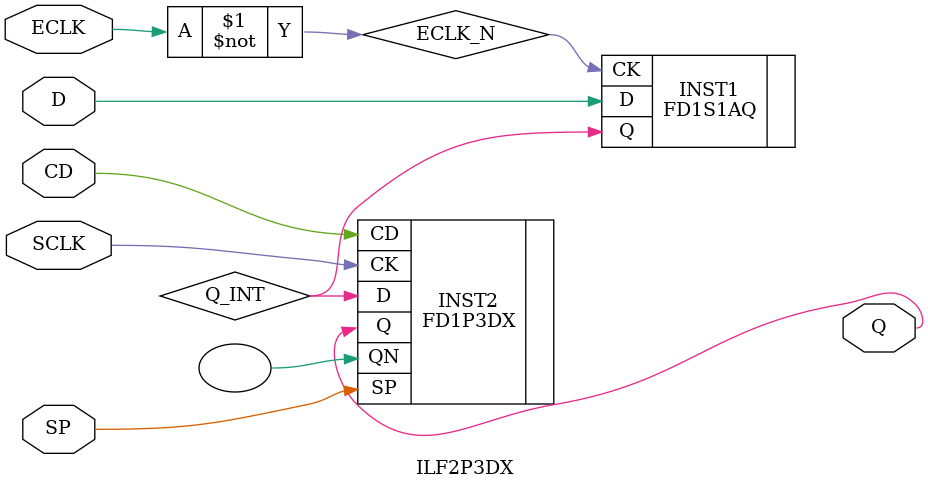
<source format=v>
`resetall
`timescale 1 ns / 100 ps

`celldefine

module ILF2P3DX (D, SP, ECLK, SCLK, CD, Q);
  parameter DISABLED_GSR = 0;
  defparam INST2.DISABLED_GSR = DISABLED_GSR;
  input  D, SP, ECLK, SCLK, CD;
  output Q;
  not (ECLK_N, ECLK);
  FD1S1AQ INST1 (.D(D), .CK(ECLK_N), .Q(Q_INT));
  FD1P3DX INST2 (.D(Q_INT), .SP(SP), .CK(SCLK), .CD(CD),
                 .Q(Q), .QN());

endmodule

`endcelldefine

</source>
